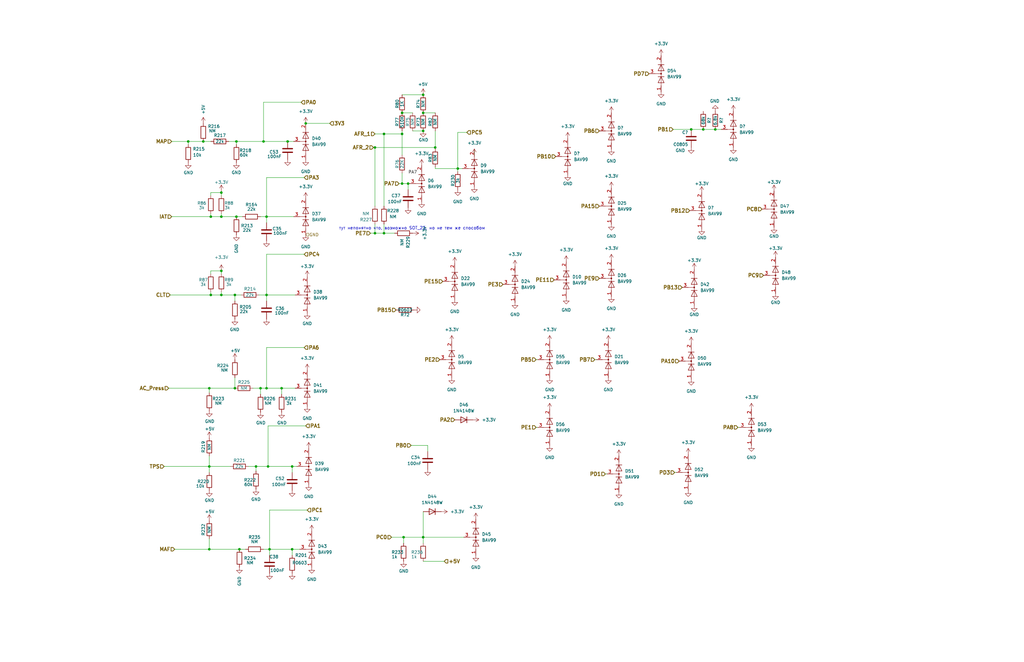
<source format=kicad_sch>
(kicad_sch (version 20211123) (generator eeschema)
  (paper "B")
  (title_block (title "microRusEFI-2L") (date "2022-04-10") (rev "R0.6.0") (company "rusEFI.com") (comment 1 "Donald Becker") (comment 2 "AI6OD"))
  (junction (at 93.345 81.28))
  (junction (at 88.265 196.85))
  (junction (at 123.19 231.775))
  (junction (at 79.375 59.69))
  (junction (at 161.925 98.425))
  (junction (at 158.115 98.425))
  (junction (at 118.745 163.83))
  (junction (at 112.395 124.46))
  (junction (at 113.665 231.775))
  (junction (at 100.965 231.775))
  (junction (at 178.435 47.625))
  (junction (at 169.545 77.47))
  (junction (at 121.285 59.69))
  (junction (at 172.085 77.47))
  (junction (at 93.345 114.3))
  (junction (at 88.265 231.775))
  (junction (at 112.395 163.83))
  (junction (at 128.905 52.07))
  (junction (at 169.545 47.625))
  (junction (at 107.95 196.85))
  (junction (at 158.115 62.23))
  (junction (at 178.435 55.245))
  (junction (at 113.03 196.85))
  (junction (at 161.925 56.515))
  (junction (at 301.625 54.61))
  (junction (at 178.435 40.005))
  (junction (at 291.465 54.61))
  (junction (at 169.545 56.515))
  (junction (at 88.9 91.44))
  (junction (at 93.345 124.46))
  (junction (at 99.695 59.69))
  (junction (at 88.265 163.83))
  (junction (at 99.06 163.83))
  (junction (at 99.06 124.46))
  (junction (at 99.695 91.44))
  (junction (at 109.855 163.83))
  (junction (at 183.515 62.23))
  (junction (at 88.9 124.46))
  (junction (at 170.18 226.695))
  (junction (at 112.395 91.44))
  (junction (at 85.725 59.69))
  (junction (at 111.125 59.69))
  (junction (at 123.19 196.85))
  (junction (at 178.435 226.695))
  (junction (at 296.545 54.61))
  (junction (at 193.04 71.12))
  (junction (at 93.345 91.44))
  (wire (pts (xy 255.27 200.025) (xy 255.905 200.025)))
  (wire (pts (xy 88.9 114.3) (xy 88.9 115.57)))
  (wire (pts (xy 291.465 54.61) (xy 296.545 54.61)))
  (wire (pts (xy 93.345 81.28) (xy 93.345 82.55)))
  (wire (pts (xy 109.855 163.83) (xy 112.395 163.83)))
  (wire (pts (xy 72.39 59.69) (xy 79.375 59.69)))
  (wire (pts (xy 112.395 91.44) (xy 112.395 93.98)))
  (wire (pts (xy 107.95 196.85) (xy 113.03 196.85)))
  (wire (pts (xy 99.695 59.69) (xy 111.125 59.69)))
  (wire (pts (xy 93.345 80.645) (xy 93.345 81.28)))
  (wire (pts (xy 169.545 56.515) (xy 169.545 65.405)))
  (wire (pts (xy 99.695 60.96) (xy 99.695 59.69)))
  (wire (pts (xy 170.18 226.695) (xy 170.18 229.235)))
  (wire (pts (xy 161.925 98.425) (xy 166.37 98.425)))
  (wire (pts (xy 158.115 62.23) (xy 158.115 86.995)))
  (wire (pts (xy 158.115 94.615) (xy 158.115 98.425)))
  (wire (pts (xy 127 43.18) (xy 111.125 43.18)))
  (wire (pts (xy 93.345 90.17) (xy 93.345 91.44)))
  (wire (pts (xy 88.265 231.775) (xy 100.965 231.775)))
  (wire (pts (xy 123.19 196.85) (xy 125.095 196.85)))
  (wire (pts (xy 128.27 146.685) (xy 112.395 146.685)))
  (wire (pts (xy 106.68 163.83) (xy 109.855 163.83)))
  (wire (pts (xy 178.435 215.9) (xy 178.435 226.695)))
  (wire (pts (xy 88.9 90.17) (xy 88.9 91.44)))
  (wire (pts (xy 172.085 77.47) (xy 172.085 80.01)))
  (wire (pts (xy 109.855 91.44) (xy 112.395 91.44)))
  (wire (pts (xy 187.325 236.855) (xy 178.435 236.855)))
  (wire (pts (xy 72.39 91.44) (xy 88.9 91.44)))
  (wire (pts (xy 200.025 63.5) (xy 200.025 65.405)))
  (wire (pts (xy 178.435 40.005) (xy 169.545 40.005)))
  (wire (pts (xy 96.52 59.69) (xy 99.695 59.69)))
  (wire (pts (xy 79.375 59.69) (xy 79.375 60.96)))
  (wire (pts (xy 183.515 55.245) (xy 183.515 62.23)))
  (wire (pts (xy 169.545 73.025) (xy 169.545 77.47)))
  (wire (pts (xy 165.1 226.695) (xy 170.18 226.695)))
  (wire (pts (xy 178.435 226.695) (xy 178.435 229.235)))
  (wire (pts (xy 157.48 62.23) (xy 158.115 62.23)))
  (wire (pts (xy 73.66 231.775) (xy 88.265 231.775)))
  (wire (pts (xy 123.19 199.39) (xy 123.19 196.85)))
  (wire (pts (xy 113.03 196.85) (xy 123.19 196.85)))
  (wire (pts (xy 71.755 124.46) (xy 88.9 124.46)))
  (wire (pts (xy 195.58 226.695) (xy 178.435 226.695)))
  (wire (pts (xy 112.395 124.46) (xy 124.46 124.46)))
  (wire (pts (xy 311.15 180.34) (xy 311.785 180.34)))
  (wire (pts (xy 103.505 231.775) (xy 100.965 231.775)))
  (wire (pts (xy 158.115 98.425) (xy 156.21 98.425)))
  (wire (pts (xy 169.545 56.515) (xy 161.925 56.515)))
  (wire (pts (xy 93.345 124.46) (xy 93.345 123.19)))
  (wire (pts (xy 102.235 91.44) (xy 99.695 91.44)))
  (wire (pts (xy 128.905 179.705) (xy 113.03 179.705)))
  (wire (pts (xy 93.345 124.46) (xy 99.06 124.46)))
  (wire (pts (xy 88.265 163.83) (xy 88.265 165.735)))
  (wire (pts (xy 88.9 124.46) (xy 88.9 123.19)))
  (wire (pts (xy 118.745 166.37) (xy 118.745 163.83)))
  (wire (pts (xy 101.6 124.46) (xy 99.06 124.46)))
  (wire (pts (xy 183.515 71.12) (xy 193.04 71.12)))
  (wire (pts (xy 111.125 231.775) (xy 113.665 231.775)))
  (wire (pts (xy 169.545 55.245) (xy 169.545 56.515)))
  (wire (pts (xy 170.18 226.695) (xy 178.435 226.695)))
  (wire (pts (xy 88.9 81.28) (xy 88.9 82.55)))
  (wire (pts (xy 129.54 215.265) (xy 113.665 215.265)))
  (wire (pts (xy 196.85 55.88) (xy 193.04 55.88)))
  (wire (pts (xy 69.215 196.85) (xy 88.265 196.85)))
  (wire (pts (xy 301.625 54.61) (xy 296.545 54.61)))
  (wire (pts (xy 88.265 227.33) (xy 88.265 231.775)))
  (wire (pts (xy 112.395 124.46) (xy 112.395 127)))
  (wire (pts (xy 112.395 91.44) (xy 123.825 91.44)))
  (wire (pts (xy 180.34 187.96) (xy 173.355 187.96)))
  (wire (pts (xy 88.9 124.46) (xy 93.345 124.46)))
  (wire (pts (xy 93.345 114.3) (xy 93.345 115.57)))
  (wire (pts (xy 118.745 163.83) (xy 124.46 163.83)))
  (wire (pts (xy 111.125 59.69) (xy 121.285 59.69)))
  (wire (pts (xy 88.265 196.85) (xy 97.155 196.85)))
  (wire (pts (xy 85.725 59.69) (xy 88.9 59.69)))
  (wire (pts (xy 113.665 215.265) (xy 113.665 231.775)))
  (wire (pts (xy 168.275 77.47) (xy 169.545 77.47)))
  (wire (pts (xy 283.845 54.61) (xy 291.465 54.61)))
  (wire (pts (xy 128.27 74.93) (xy 112.395 74.93)))
  (wire (pts (xy 88.9 114.3) (xy 93.345 114.3)))
  (wire (pts (xy 79.375 59.69) (xy 85.725 59.69)))
  (wire (pts (xy 88.265 192.405) (xy 88.265 196.85)))
  (wire (pts (xy 93.345 81.28) (xy 88.9 81.28)))
  (wire (pts (xy 113.665 231.775) (xy 123.19 231.775)))
  (wire (pts (xy 112.395 107.315) (xy 112.395 124.46)))
  (wire (pts (xy 109.22 124.46) (xy 112.395 124.46)))
  (wire (pts (xy 250.825 151.765) (xy 251.46 151.765)))
  (wire (pts (xy 193.04 71.12) (xy 194.945 71.12)))
  (wire (pts (xy 158.115 62.23) (xy 183.515 62.23)))
  (wire (pts (xy 123.825 59.69) (xy 121.285 59.69)))
  (wire (pts (xy 180.34 187.96) (xy 180.34 190.5)))
  (wire (pts (xy 183.515 71.12) (xy 183.515 70.485)))
  (wire (pts (xy 161.925 56.515) (xy 158.115 56.515)))
  (wire (pts (xy 304.165 54.61) (xy 301.625 54.61)))
  (wire (pts (xy 178.435 55.245) (xy 173.99 55.245)))
  (wire (pts (xy 71.12 163.83) (xy 88.265 163.83)))
  (wire (pts (xy 88.265 163.83) (xy 99.06 163.83)))
  (wire (pts (xy 183.515 62.865) (xy 183.515 62.23)))
  (wire (pts (xy 158.115 98.425) (xy 161.925 98.425)))
  (wire (pts (xy 169.545 77.47) (xy 172.085 77.47)))
  (wire (pts (xy 226.06 180.34) (xy 226.695 180.34)))
  (wire (pts (xy 99.06 127) (xy 99.06 124.46)))
  (wire (pts (xy 161.925 56.515) (xy 161.925 86.995)))
  (wire (pts (xy 107.95 198.755) (xy 107.95 196.85)))
  (wire (pts (xy 123.19 231.775) (xy 126.365 231.775)))
  (wire (pts (xy 139.065 52.07) (xy 128.905 52.07)))
  (wire (pts (xy 112.395 74.93) (xy 112.395 91.44)))
  (wire (pts (xy 99.06 159.385) (xy 99.06 163.83)))
  (wire (pts (xy 193.04 71.12) (xy 193.04 72.39)))
  (wire (pts (xy 173.99 47.625) (xy 169.545 47.625)))
  (wire (pts (xy 88.9 91.44) (xy 93.345 91.44)))
  (wire (pts (xy 113.03 179.705) (xy 113.03 196.85)))
  (wire (pts (xy 112.395 146.685) (xy 112.395 163.83)))
  (wire (pts (xy 93.345 91.44) (xy 99.695 91.44)))
  (wire (pts (xy 104.775 196.85) (xy 107.95 196.85)))
  (wire (pts (xy 172.085 77.47) (xy 172.72 77.47)))
  (wire (pts (xy 88.265 196.85) (xy 88.265 199.39)))
  (wire (pts (xy 284.48 199.39) (xy 285.115 199.39)))
  (wire (pts (xy 178.435 47.625) (xy 183.515 47.625)))
  (wire (pts (xy 226.06 151.765) (xy 226.695 151.765)))
  (wire (pts (xy 112.395 163.83) (xy 118.745 163.83)))
  (wire (pts (xy 128.27 107.315) (xy 112.395 107.315)))
  (wire (pts (xy 113.665 231.775) (xy 113.665 234.315)))
  (wire (pts (xy 123.19 231.775) (xy 123.19 234.315)))
  (wire (pts (xy 193.04 55.88) (xy 193.04 71.12)))
  (wire (pts (xy 111.125 43.18) (xy 111.125 59.69)))
  (wire (pts (xy 161.925 94.615) (xy 161.925 98.425)))
  (wire (pts (xy 109.855 166.37) (xy 109.855 163.83)))
  (text "тут непонятно что, возможно SOT_23, но не тем же способом" (at 142.875 97.155 0) (effects (font (size 1.27 1.27)) (justify left bottom)))
  (label "PA7" (at 175.895 73.66 180))
  (hierarchical_label "PE2" (shape input) (at 185.42 151.765 180) (effects (font (size 1.524 1.524) (thickness 0.3048) bold)))
  (hierarchical_label "PA0" (shape input) (at 127 43.18 0) (effects (font (size 1.524 1.524) (thickness 0.3048) bold)))
  (hierarchical_label "CLT" (shape input) (at 71.755 124.46 180) (effects (font (size 1.524 1.524) (thickness 0.3048) bold)))
  (hierarchical_label "PD3" (shape input) (at 284.48 199.39 180) (effects (font (size 1.524 1.524) (thickness 0.3048) bold)))
  (hierarchical_label "PB12" (shape input) (at 290.83 88.9 180) (effects (font (size 1.524 1.524) (thickness 0.3048) bold)))
  (hierarchical_label "PB7" (shape input) (at 250.825 151.765 180) (effects (font (size 1.524 1.524) (thickness 0.3048) bold)))
  (hierarchical_label "PC0" (shape input) (at 165.1 226.695 180) (effects (font (size 1.524 1.524) (thickness 0.3048) bold)))
  (hierarchical_label "PA3" (shape input) (at 128.27 74.93 0) (effects (font (size 1.524 1.524) (thickness 0.3048) bold)))
  (hierarchical_label "PE11" (shape input) (at 233.68 118.11 180) (effects (font (size 1.524 1.524) (thickness 0.3048) bold)))
  (hierarchical_label "IAT" (shape input) (at 72.39 91.44 180) (effects (font (size 1.524 1.524) (thickness 0.3048) bold)))
  (hierarchical_label "PB10" (shape input) (at 234.315 66.04 180) (effects (font (size 1.524 1.524) (thickness 0.3048) bold)))
  (hierarchical_label "PB0" (shape input) (at 173.355 187.96 180) (effects (font (size 1.524 1.524) (thickness 0.3048) bold)))
  (hierarchical_label "PB1" (shape input) (at 283.845 54.61 180) (effects (font (size 1.524 1.524) (thickness 0.3048) bold)))
  (hierarchical_label "PB6" (shape input) (at 252.73 55.245 180) (effects (font (size 1.524 1.524) (thickness 0.3048) bold)))
  (hierarchical_label "PC9" (shape input) (at 321.945 116.205 180) (effects (font (size 1.524 1.524) (thickness 0.3048) bold)))
  (hierarchical_label "PD1" (shape input) (at 255.27 200.025 180) (effects (font (size 1.524 1.524) (thickness 0.3048) bold)))
  (hierarchical_label "PE7" (shape input) (at 156.21 98.425 180) (effects (font (size 1.524 1.524) (thickness 0.3048) bold)))
  (hierarchical_label "+5V" (shape input) (at 187.325 236.855 0) (effects (font (size 1.524 1.524) (thickness 0.3048) bold)))
  (hierarchical_label "AFR_2" (shape input) (at 157.48 62.23 180) (effects (font (size 1.524 1.524) (thickness 0.3048) bold)))
  (hierarchical_label "PA15" (shape input) (at 252.73 86.995 180) (effects (font (size 1.524 1.524) (thickness 0.3048) bold)))
  (hierarchical_label "PA7" (shape input) (at 168.275 77.47 180) (effects (font (size 1.524 1.524) (thickness 0.3048) bold)))
  (hierarchical_label "PA10" (shape input) (at 286.385 152.4 180) (effects (font (size 1.524 1.524) (thickness 0.3048) bold)))
  (hierarchical_label "TPS" (shape input) (at 69.215 196.85 180) (effects (font (size 1.524 1.524) (thickness 0.3048) bold)))
  (hierarchical_label "PB15" (shape input) (at 167.005 130.81 180) (effects (font (size 1.524 1.524) (thickness 0.3048) bold)))
  (hierarchical_label "PC5" (shape input) (at 196.85 55.88 0) (effects (font (size 1.524 1.524) (thickness 0.3048) bold)))
  (hierarchical_label "3V3" (shape input) (at 139.065 52.07 0) (effects (font (size 1.524 1.524) (thickness 0.3048) bold)))
  (hierarchical_label "PA6" (shape input) (at 128.27 146.685 0) (effects (font (size 1.524 1.524) (thickness 0.3048) bold)))
  (hierarchical_label "PA1" (shape input) (at 128.905 179.705 0) (effects (font (size 1.524 1.524) (thickness 0.3048) bold)))
  (hierarchical_label "AFR_1" (shape input) (at 158.115 56.515 180) (effects (font (size 1.524 1.524) (thickness 0.3048) bold)))
  (hierarchical_label "PE15" (shape input) (at 186.69 118.745 180) (effects (font (size 1.524 1.524) (thickness 0.3048) bold)))
  (hierarchical_label "MAP" (shape input) (at 72.39 59.69 180) (effects (font (size 1.524 1.524) (thickness 0.3048) bold)))
  (hierarchical_label "PE9" (shape input) (at 252.73 117.475 180) (effects (font (size 1.524 1.524) (thickness 0.3048) bold)))
  (hierarchical_label "AC_Press" (shape input) (at 71.12 163.83 180) (effects (font (size 1.524 1.524) (thickness 0.3048) bold)))
  (hierarchical_label "PC8" (shape input) (at 321.31 88.265 180) (effects (font (size 1.524 1.524) (thickness 0.3048) bold)))
  (hierarchical_label "PE1" (shape input) (at 226.06 180.34 180) (effects (font (size 1.524 1.524) (thickness 0.3048) bold)))
  (hierarchical_label "PA2" (shape input) (at 191.77 177.165 180) (effects (font (size 1.524 1.524) (thickness 0.3048) bold)))
  (hierarchical_label "PC4" (shape input) (at 128.27 107.315 0) (effects (font (size 1.524 1.524) (thickness 0.3048) bold)))
  (hierarchical_label "PC1" (shape input) (at 129.54 215.265 0) (effects (font (size 1.524 1.524) (thickness 0.3048) bold)))
  (hierarchical_label "PD7" (shape input) (at 273.685 31.115 180) (effects (font (size 1.524 1.524) (thickness 0.3048) bold)))
  (hierarchical_label "PB13" (shape input) (at 287.655 121.285 180) (effects (font (size 1.524 1.524) (thickness 0.3048) bold)))
  (hierarchical_label "GND" (shape input) (at 128.905 99.06 0))
  (hierarchical_label "PA8" (shape input) (at 311.15 180.34 180) (effects (font (size 1.524 1.524) (thickness 0.3048) bold)))
  (hierarchical_label "MAF" (shape input) (at 73.66 231.775 180) (effects (font (size 1.524 1.524) (thickness 0.3048) bold)))
  (hierarchical_label "PE3" (shape input) (at 212.09 120.015 180) (effects (font (size 1.524 1.524) (thickness 0.3048) bold)))
  (hierarchical_label "PB5" (shape input) (at 226.06 151.765 180) (effects (font (size 1.524 1.524) (thickness 0.3048) bold)))
  (symbol (lib_id "power:GND") (at 107.95 206.375 0) (unit 1)
    (property "Reference" "#PWR0291" (effects hide))
    (property "Value" "GND" (at 105.89 210.7153 0) (effects (justify left)))
  )
  (symbol (lib_id "power:GND") (at 130.175 204.47 0) (mirror y) (unit 1)
    (property "Reference" "#PWR0236" (effects hide))
    (property "Value" "GND" (at 130.175 209.55 0))
  )
  (symbol (lib_id "power:+3.3V") (at 256.54 144.145 0) (mirror y) (unit 1)
    (property "Reference" "#PWR0218" (effects hide))
    (property "Value" "+3.3V" (at 256.54 139.065 0))
  )
  (symbol (lib_id "power:+3.3V") (at 316.865 172.72 0) (mirror y) (unit 1)
    (property "Reference" "#PWR0335" (effects hide))
    (property "Value" "+3.3V" (at 316.865 167.64 0))
  )
  (symbol (lib_id "Diode:BAV99") (at 129.54 163.83 270) (mirror x) (unit 1)
    (property "Reference" "D41" (at 132.08 162.5599 90) (effects (justify left)))
    (property "Value" "BAV99" (at 132.08 165.0999 90) (effects (justify left)))
    (property "Footprint" "Package_TO_SOT_SMD:SOT-23" (effects hide))
    (property "Datasheet" "https://assets.nexperia.com/documents/data-sheet/BAV99_SER.pdf" (effects hide))
  )
  (symbol (lib_id "Device:R") (at 93.345 119.38 0) (unit 1)
    (property "Reference" "R89" (at 96.52 118.11 0))
    (property "Value" "3k" (at 96.52 120.015 0))
    (property "Footprint" "Resistor_SMD:R_1206_3216Metric" (effects hide))
  )
  (symbol (lib_id "power:+3.3V") (at 260.985 192.405 0) (mirror y) (unit 1)
    (property "Reference" "#PWR0331" (effects hide))
    (property "Value" "+3.3V" (at 260.985 187.325 0))
  )
  (symbol (lib_id "Diode:BAV99") (at 217.17 120.015 270) (mirror x) (unit 1)
    (property "Reference" "D24" (at 219.71 118.7449 90) (effects (justify left)))
    (property "Value" "BAV99" (at 219.71 121.2849 90) (effects (justify left)))
    (property "Footprint" "Package_TO_SOT_SMD:SOT-23" (effects hide))
    (property "Datasheet" "https://assets.nexperia.com/documents/data-sheet/BAV99_SER.pdf" (effects hide))
  )
  (symbol (lib_id "Diode:BAV99") (at 191.77 118.745 270) (mirror x) (unit 1)
    (property "Reference" "D22" (at 194.31 117.4749 90) (effects (justify left)))
    (property "Value" "BAV99" (at 194.31 120.0149 90) (effects (justify left)))
    (property "Footprint" "Package_TO_SOT_SMD:SOT-23" (effects hide))
    (property "Datasheet" "https://assets.nexperia.com/documents/data-sheet/BAV99_SER.pdf" (effects hide))
  )
  (symbol (lib_id "power:GND") (at 123.19 241.935 0) (unit 1)
    (property "Reference" "#PWR0243" (effects hide))
    (property "Value" "GND" (effects hide))
  )
  (symbol (lib_id "Diode:BAV99") (at 257.81 55.245 270) (mirror x) (unit 1)
    (property "Reference" "D?" (at 260.35 53.9749 90) (effects (justify left)))
    (property "Value" "BAV99" (at 260.35 56.5149 90) (effects (justify left)))
    (property "Footprint" "Package_TO_SOT_SMD:SOT-23" (effects hide))
    (property "Datasheet" "https://assets.nexperia.com/documents/data-sheet/BAV99_SER.pdf" (effects hide))
  )
  (symbol (lib_id "power:GND") (at 256.54 159.385 0) (mirror y) (unit 1)
    (property "Reference" "#PWR0220" (effects hide))
    (property "Value" "GND" (at 256.54 164.465 0))
  )
  (symbol (lib_id "Device:R") (at 170.815 130.81 90) (mirror x) (unit 1)
    (property "Reference" "R72" (at 170.815 132.842 90))
    (property "Value" "R0603" (at 170.815 130.81 90))
    (property "Footprint" "Resistor_SMD:R_0603_1608Metric" (effects hide))
    (property "Datasheet" "TBD" (effects hide))
    (property "Part #" "RMCF0603JT10K0" (effects hide))
    (property "VEND" "DIGI" (effects hide))
    (property "VEND#" "RMCF0603JT10K0CT-ND" (effects hide))
    (property "Manufacturer" "StackPole" (effects hide))
    (property "LCSC" "C25804" (effects hide))
  )
  (symbol (lib_id "power:GND") (at 290.195 207.01 0) (mirror y) (unit 1)
    (property "Reference" "#PWR0334" (effects hide))
    (property "Value" "GND" (at 290.195 212.09 0))
  )
  (symbol (lib_id "Device:R") (at 169.545 69.215 0) (mirror y) (unit 1)
    (property "Reference" "R76" (at 167.513 69.215 90))
    (property "Value" "22K" (at 169.545 69.215 90))
    (property "Footprint" "Resistor_SMD:R_0603_1608Metric" (effects hide))
    (property "Datasheet" "TBD" (effects hide))
    (property "Part #" "RMCF0603JT10K0" (effects hide))
    (property "VEND" "DIGI" (effects hide))
    (property "VEND#" "RMCF0603JT10K0CT-ND" (effects hide))
    (property "Manufacturer" "StackPole" (effects hide))
    (property "LCSC" "C25804" (effects hide))
  )
  (symbol (lib_id "power:+5V") (at 88.265 219.71 0) (unit 1)
    (property "Reference" "#PWR0309" (effects hide))
    (property "Value" "+5V" (at 86.36 215.9 0) (effects (justify left)))
  )
  (symbol (lib_id "Diode:BAV99") (at 200.025 71.12 270) (mirror x) (unit 1)
    (property "Reference" "D9" (at 202.565 69.8499 90) (effects (justify left)))
    (property "Value" "BAV99" (at 202.565 72.3899 90) (effects (justify left)))
    (property "Footprint" "Package_TO_SOT_SMD:SOT-23" (effects hide))
    (property "Datasheet" "https://assets.nexperia.com/documents/data-sheet/BAV99_SER.pdf" (effects hide))
  )
  (symbol (lib_id "power:+3.3V") (at 128.905 52.07 0) (mirror y) (unit 1)
    (property "Reference" "#PWR0229" (effects hide))
    (property "Value" "+3.3V" (at 128.905 46.99 0))
  )
  (symbol (lib_id "Diode:BAV99") (at 177.8 77.47 270) (mirror x) (unit 1)
    (property "Reference" "D6" (at 180.34 76.1999 90) (effects (justify left)))
    (property "Value" "BAV99" (at 180.34 78.7399 90) (effects (justify left)))
    (property "Footprint" "Package_TO_SOT_SMD:SOT-23" (effects hide))
    (property "Datasheet" "https://assets.nexperia.com/documents/data-sheet/BAV99_SER.pdf" (effects hide))
  )
  (symbol (lib_id "power:GND") (at 118.745 173.99 0) (unit 1)
    (property "Reference" "#PWR0305" (effects hide))
    (property "Value" "GND" (at 116.84 178.435 0) (effects (justify left)))
  )
  (symbol (lib_id "power:GND") (at 172.085 87.63 0) (unit 1)
    (property "Reference" "#PWR0308" (effects hide))
    (property "Value" "GND" (effects hide))
  )
  (symbol (lib_id "Device:R") (at 88.265 203.2 180) (unit 1)
    (property "Reference" "R220" (at 85.725 203.2 0))
    (property "Value" "10k" (at 84.455 205.105 0))
    (property "Footprint" "Resistor_SMD:R_0603_1608Metric" (effects hide))
  )
  (symbol (lib_id "Device:R") (at 92.71 59.69 90) (unit 1)
    (property "Reference" "R217" (at 92.71 57.15 90))
    (property "Value" "22k" (at 92.71 59.69 90))
    (property "Footprint" "Resistor_SMD:R_0603_1608Metric" (effects hide))
  )
  (symbol (lib_id "power:+3.3V") (at 238.76 110.49 0) (unit 1)
    (property "Reference" "#PWR0240" (effects hide))
    (property "Value" "+3.3V" (at 238.76 105.41 0))
  )
  (symbol (lib_id "power:GND") (at 113.665 241.935 0) (unit 1)
    (property "Reference" "#PWR0310" (effects hide))
    (property "Value" "GND" (effects hide))
  )
  (symbol (lib_id "power:GND") (at 180.34 198.12 0) (unit 1)
    (property "Reference" "#PWR0303" (effects hide))
    (property "Value" "GND" (effects hide))
  )
  (symbol (lib_id "power:+3.3V") (at 186.055 215.9 270) (mirror x) (unit 1)
    (property "Reference" "#PWR0315" (effects hide))
    (property "Value" "+3.3V" (at 189.865 215.8999 90) (effects (justify left)))
  )
  (symbol (lib_id "Device:R") (at 169.545 43.815 0) (mirror y) (unit 1)
    (property "Reference" "R80" (at 167.513 43.815 90))
    (property "Value" "1K" (at 169.545 43.815 90))
    (property "Footprint" "Resistor_SMD:R_0603_1608Metric" (effects hide))
    (property "Datasheet" "TBD" (effects hide))
    (property "Part #" "RMCF0603JT10K0" (effects hide))
    (property "VEND" "DIGI" (effects hide))
    (property "VEND#" "RMCF0603JT10K0CT-ND" (effects hide))
    (property "Manufacturer" "StackPole" (effects hide))
    (property "LCSC" "C25804" (effects hide))
  )
  (symbol (lib_id "power:GND") (at 174.625 130.81 90) (unit 1)
    (property "Reference" "#PWR0286" (effects hide))
    (property "Value" "GND" (effects hide))
  )
  (symbol (lib_id "power:GND") (at 121.285 67.31 0) (unit 1)
    (property "Reference" "#PWR0242" (effects hide))
    (property "Value" "GND" (effects hide))
  )
  (symbol (lib_id "power:+3.3V") (at 173.99 98.425 270) (mirror x) (unit 1)
    (property "Reference" "#PWR0302" (effects hide))
    (property "Value" "+3.3V" (at 179.07 98.425 0))
  )
  (symbol (lib_id "Device:R") (at 183.515 66.675 0) (mirror y) (unit 1)
    (property "Reference" "R83" (at 181.483 66.675 90))
    (property "Value" "NM" (at 183.515 66.675 90))
    (property "Footprint" "Resistor_SMD:R_0603_1608Metric" (effects hide))
    (property "Datasheet" "TBD" (effects hide))
    (property "Part #" "RMCF0603JT10K0" (effects hide))
    (property "VEND" "DIGI" (effects hide))
    (property "VEND#" "RMCF0603JT10K0CT-ND" (effects hide))
    (property "Manufacturer" "StackPole" (effects hide))
    (property "LCSC" "C25804" (effects hide))
  )
  (symbol (lib_id "power:+3.3V") (at 327.025 108.585 0) (mirror y) (unit 1)
    (property "Reference" "#PWR0322" (effects hide))
    (property "Value" "+3.3V" (at 327.025 104.775 0))
  )
  (symbol (lib_id "Device:R") (at 88.9 86.36 180) (unit 1)
    (property "Reference" "R86" (at 85.09 85.725 0))
    (property "Value" "3k" (at 85.09 87.63 0))
    (property "Footprint" "Resistor_SMD:R_1206_3216Metric" (effects hide))
  )
  (symbol (lib_id "Diode:BAV99") (at 128.905 91.44 270) (mirror x) (unit 1)
    (property "Reference" "D37" (at 131.445 90.1699 90) (effects (justify left)))
    (property "Value" "BAV99" (at 131.445 92.7099 90) (effects (justify left)))
    (property "Footprint" "Package_TO_SOT_SMD:SOT-23" (effects hide))
    (property "Datasheet" "https://assets.nexperia.com/documents/data-sheet/BAV99_SER.pdf" (effects hide))
  )
  (symbol (lib_id "power:GND") (at 129.54 132.08 0) (mirror y) (unit 1)
    (property "Reference" "#PWR0298" (effects hide))
    (property "Value" "GND" (at 129.54 136.525 0))
  )
  (symbol (lib_id "power:GND") (at 217.17 127.635 0) (unit 1)
    (property "Reference" "#PWR0280" (effects hide))
    (property "Value" "GND" (at 217.17 132.715 0))
  )
  (symbol (lib_id "Device:R") (at 88.265 188.595 180) (unit 1)
    (property "Reference" "R219" (at 85.725 188.595 90))
    (property "Value" "NM" (at 88.265 188.595 90))
    (property "Footprint" "Resistor_SMD:R_0603_1608Metric" (effects hide))
  )
  (symbol (lib_id "power:+3.3V") (at 231.775 144.145 0) (mirror y) (unit 1)
    (property "Reference" "#PWR0340" (effects hide))
    (property "Value" "+3.3V" (at 231.775 139.065 0))
  )
  (symbol (lib_id "power:GND") (at 239.395 73.66 0) (mirror y) (unit 1)
    (property "Reference" "#PWR?" (effects hide))
    (property "Value" "GND" (at 239.395 77.47 0))
  )
  (symbol (lib_id "Device:R") (at 118.745 170.18 0) (unit 1)
    (property "Reference" "R231" (at 122.555 168.275 0))
    (property "Value" "3k" (at 121.92 170.18 0))
    (property "Footprint" "Resistor_SMD:R_0603_1608Metric" (effects hide))
  )
  (symbol (lib_id "Diode:BAV99") (at 327.025 116.205 270) (mirror x) (unit 1)
    (property "Reference" "D48" (at 329.565 114.9349 90) (effects (justify left)))
    (property "Value" "BAV99" (at 329.565 117.4749 90) (effects (justify left)))
    (property "Footprint" "Package_TO_SOT_SMD:SOT-23" (effects hide))
    (property "Datasheet" "https://assets.nexperia.com/documents/data-sheet/BAV99_SER.pdf" (effects hide))
  )
  (symbol (lib_id "Device:R") (at 88.265 223.52 180) (unit 1)
    (property "Reference" "R232" (at 85.725 223.52 90))
    (property "Value" "NM" (at 88.265 223.52 90))
    (property "Footprint" "Resistor_SMD:R_0603_1608Metric" (effects hide))
  )
  (symbol (lib_id "Device:C") (at 112.395 97.79 180) (unit 1)
    (property "Reference" "C35" (at 118.745 96.52 0) (effects (justify left)))
    (property "Value" "100nF" (at 121.285 98.425 0) (effects (justify left)))
    (property "Footprint" "Capacitor_SMD:C_0603_1608Metric" (effects hide))
    (property "PageName" "stm32f407_board" (effects hide))
    (property "LCSC" "C14663" (effects hide))
    (property "Manufacturer" "KEMET" (effects hide))
    (property "Part #" "C0603C104J5RACTU" (effects hide))
    (property "VEND" "DIGI" (effects hide))
    (property "VEND#" "399-7844-1-ND" (effects hide))
  )
  (symbol (lib_id "Diode:BAV99") (at 291.465 152.4 270) (mirror x) (unit 1)
    (property "Reference" "D50" (at 294.005 151.1299 90) (effects (justify left)))
    (property "Value" "BAV99" (at 294.005 153.6699 90) (effects (justify left)))
    (property "Footprint" "Package_TO_SOT_SMD:SOT-23" (effects hide))
    (property "Datasheet" "https://assets.nexperia.com/documents/data-sheet/BAV99_SER.pdf" (effects hide))
  )
  (symbol (lib_id "power:+3.3V") (at 93.345 114.3 0) (unit 1)
    (property "Reference" "#PWR0278" (effects hide))
    (property "Value" "+3.3V" (at 93.345 108.585 0))
  )
  (symbol (lib_id "power:+3.3V") (at 129.54 116.84 0) (mirror y) (unit 1)
    (property "Reference" "#PWR0299" (effects hide))
    (property "Value" "+3.3V" (at 129.54 112.395 0))
  )
  (symbol (lib_id "Device:R") (at 100.965 235.585 0) (unit 1)
    (property "Reference" "R234" (at 105.41 235.585 0))
    (property "Value" "NM" (at 105.41 237.49 0))
    (property "Footprint" "Resistor_SMD:R_0603_1608Metric" (effects hide))
  )
  (symbol (lib_id "Device:R") (at 99.06 155.575 180) (unit 1)
    (property "Reference" "R224" (at 93.98 154.305 0))
    (property "Value" "NM" (at 94.615 156.21 0))
    (property "Footprint" "Resistor_SMD:R_0603_1608Metric" (effects hide))
  )
  (symbol (lib_id "power:GND") (at 128.905 99.06 0) (mirror y) (unit 1)
    (property "Reference" "#PWR0296" (effects hide))
    (property "Value" "GND" (at 128.905 104.14 0))
  )
  (symbol (lib_id "Diode:BAV99") (at 200.66 226.695 270) (mirror x) (unit 1)
    (property "Reference" "D45" (at 203.2 225.4249 90) (effects (justify left)))
    (property "Value" "BAV99" (at 203.2 227.9649 90) (effects (justify left)))
    (property "Footprint" "Package_TO_SOT_SMD:SOT-23" (effects hide))
    (property "Datasheet" "https://assets.nexperia.com/documents/data-sheet/BAV99_SER.pdf" (effects hide))
  )
  (symbol (lib_id "Device:R") (at 296.545 50.8 0) (mirror x) (unit 1)
    (property "Reference" "R?" (at 299.085 50.8 90))
    (property "Value" "68k" (at 296.545 50.8 90))
    (property "Footprint" "Resistor_SMD:R_0603_1608Metric" (effects hide))
  )
  (symbol (lib_id "Diode:BAV99") (at 231.775 180.34 270) (mirror x) (unit 1)
    (property "Reference" "D56" (at 234.315 179.0699 90) (effects (justify left)))
    (property "Value" "BAV99" (at 234.315 181.6099 90) (effects (justify left)))
    (property "Footprint" "Package_TO_SOT_SMD:SOT-23" (effects hide))
    (property "Datasheet" "https://assets.nexperia.com/documents/data-sheet/BAV99_SER.pdf" (effects hide))
  )
  (symbol (lib_id "Device:R") (at 301.625 50.8 0) (mirror x) (unit 1)
    (property "Reference" "R?" (at 304.165 50.8 90))
    (property "Value" "6.8k" (at 301.625 50.8 90))
    (property "Footprint" "Resistor_SMD:R_0603_1608Metric" (effects hide))
  )
  (symbol (lib_id "Diode:BAV99") (at 295.91 88.9 270) (mirror x) (unit 1)
    (property "Reference" "D?" (at 298.45 87.6299 90) (effects (justify left)))
    (property "Value" "BAV99" (at 298.45 90.1699 90) (effects (justify left)))
    (property "Footprint" "Package_TO_SOT_SMD:SOT-23" (effects hide))
    (property "Datasheet" "https://assets.nexperia.com/documents/data-sheet/BAV99_SER.pdf" (effects hide))
  )
  (symbol (lib_id "Device:C") (at 123.19 203.2 180) (unit 1)
    (property "Reference" "C52" (at 120.015 201.93 0) (effects (justify left)))
    (property "Value" "100nF" (at 120.65 204.47 0) (effects (justify left)))
    (property "Footprint" "Capacitor_SMD:C_0603_1608Metric" (effects hide))
    (property "PageName" "stm32f407_board" (effects hide))
    (property "LCSC" "C14663" (effects hide))
    (property "Manufacturer" "KEMET" (effects hide))
    (property "Part #" "C0603C104J5RACTU" (effects hide))
    (property "VEND" "DIGI" (effects hide))
    (property "VEND#" "399-7844-1-ND" (effects hide))
  )
  (symbol (lib_id "Device:R") (at 106.045 91.44 90) (unit 1)
    (property "Reference" "R164" (at 106.045 86.36 90))
    (property "Value" "22k" (at 106.045 88.265 90))
    (property "Footprint" "Resistor_SMD:R_0603_1608Metric" (effects hide))
  )
  (symbol (lib_id "power:GND") (at 291.465 62.23 0) (mirror y) (unit 1)
    (property "Reference" "#PWR?" (effects hide))
    (property "Value" "GND" (at 288.925 63.4999 0) (effects (justify left)))
  )
  (symbol (lib_id "Device:R") (at 107.315 231.775 90) (unit 1)
    (property "Reference" "R235" (at 107.315 226.695 90))
    (property "Value" "NM" (at 107.315 228.6 90))
    (property "Footprint" "Resistor_SMD:R_0603_1608Metric" (effects hide))
  )
  (symbol (lib_id "Device:R") (at 88.265 169.545 180) (unit 1)
    (property "Reference" "R223" (at 92.075 168.275 0))
    (property "Value" "NM" (at 92.075 170.18 0))
    (property "Footprint" "Resistor_SMD:R_0603_1608Metric" (effects hide))
  )
  (symbol (lib_id "Diode:BAV99") (at 309.245 54.61 270) (mirror x) (unit 1)
    (property "Reference" "D?" (at 311.785 53.3399 90) (effects (justify left)))
    (property "Value" "BAV99" (at 311.785 55.8799 90) (effects (justify left)))
    (property "Footprint" "Package_TO_SOT_SMD:SOT-23" (effects hide))
    (property "Datasheet" "https://assets.nexperia.com/documents/data-sheet/BAV99_SER.pdf" (effects hide))
  )
  (symbol (lib_id "power:GND") (at 291.465 160.02 0) (mirror y) (unit 1)
    (property "Reference" "#PWR0329" (effects hide))
    (property "Value" "GND" (at 291.465 165.1 0))
  )
  (symbol (lib_id "Device:C") (at 180.34 194.31 180) (unit 1)
    (property "Reference" "C34" (at 177.165 193.04 0) (effects (justify left)))
    (property "Value" "100nF" (at 177.8 195.58 0) (effects (justify left)))
    (property "Footprint" "Capacitor_SMD:C_0603_1608Metric" (effects hide))
    (property "PageName" "stm32f407_board" (effects hide))
    (property "LCSC" "C14663" (effects hide))
    (property "Manufacturer" "KEMET" (effects hide))
    (property "Part #" "C0603C104J5RACTU" (effects hide))
    (property "VEND" "DIGI" (effects hide))
    (property "VEND#" "399-7844-1-ND" (effects hide))
  )
  (symbol (lib_id "Diode:BAV99") (at 131.445 231.775 270) (mirror x) (unit 1)
    (property "Reference" "D43" (at 133.985 230.5049 90) (effects (justify left)))
    (property "Value" "BAV99" (at 133.985 233.0449 90) (effects (justify left)))
    (property "Footprint" "Package_TO_SOT_SMD:SOT-23" (effects hide))
    (property "Datasheet" "https://assets.nexperia.com/documents/data-sheet/BAV99_SER.pdf" (effects hide))
  )
  (symbol (lib_id "Device:C") (at 113.665 238.125 180) (unit 1)
    (property "Reference" "C38" (at 117.475 234.95 0) (effects (justify left)))
    (property "Value" "100nF" (at 120.015 240.665 0) (effects (justify left)))
    (property "Footprint" "Capacitor_SMD:C_0603_1608Metric" (effects hide))
    (property "PageName" "stm32f407_board" (effects hide))
    (property "LCSC" "C14663" (effects hide))
    (property "Manufacturer" "KEMET" (effects hide))
    (property "Part #" "C0603C104J5RACTU" (effects hide))
    (property "VEND" "DIGI" (effects hide))
    (property "VEND#" "399-7844-1-ND" (effects hide))
  )
  (symbol (lib_id "Device:R") (at 170.18 98.425 90) (unit 1)
    (property "Reference" "R229" (at 172.085 102.235 0))
    (property "Value" "NM" (at 169.545 102.235 0))
    (property "Footprint" "Resistor_SMD:R_0603_1608Metric" (effects hide))
  )
  (symbol (lib_id "Diode:BAV99") (at 257.81 86.995 270) (mirror x) (unit 1)
    (property "Reference" "D25" (at 260.35 85.7249 90) (effects (justify left)))
    (property "Value" "BAV99" (at 260.35 88.2649 90) (effects (justify left)))
    (property "Footprint" "Package_TO_SOT_SMD:SOT-23" (effects hide))
    (property "Datasheet" "https://assets.nexperia.com/documents/data-sheet/BAV99_SER.pdf" (effects hide))
  )
  (symbol (lib_id "power:+3.3V") (at 278.765 23.495 0) (mirror y) (unit 1)
    (property "Reference" "#PWR0337" (effects hide))
    (property "Value" "+3.3V" (at 278.765 18.415 0))
  )
  (symbol (lib_id "power:GND") (at 200.66 234.315 0) (mirror y) (unit 1)
    (property "Reference" "#PWR0317" (effects hide))
    (property "Value" "GND" (at 200.66 239.395 0))
  )
  (symbol (lib_id "power:GND") (at 99.06 134.62 0) (unit 1)
    (property "Reference" "#PWR0276" (effects hide))
    (property "Value" "GND" (at 100.965 139.065 0) (effects (justify right)))
  )
  (symbol (lib_id "power:+3.3V") (at 257.81 109.855 0) (mirror y) (unit 1)
    (property "Reference" "#PWR0243" (effects hide))
    (property "Value" "+3.3V" (at 257.81 104.775 0))
  )
  (symbol (lib_id "power:GND") (at 278.765 38.735 0) (mirror y) (unit 1)
    (property "Reference" "#PWR0338" (effects hide))
    (property "Value" "GND" (at 278.765 43.815 0))
  )
  (symbol (lib_id "power:+3.3V") (at 292.735 113.665 0) (mirror y) (unit 1)
    (property "Reference" "#PWR0300" (effects hide))
    (property "Value" "+3.3V" (at 292.735 109.855 0))
  )
  (symbol (lib_id "power:GND") (at 99.695 68.58 0) (unit 1)
    (property "Reference" "#PWR0284" (effects hide))
    (property "Value" "GND" (at 97.6301 72.8058 0) (effects (justify left)))
  )
  (symbol (lib_id "power:+3.3V") (at 130.175 189.23 0) (mirror y) (unit 1)
    (property "Reference" "#PWR0237" (effects hide))
    (property "Value" "+3.3V" (at 130.175 184.15 0))
  )
  (symbol (lib_id "power:GND") (at 190.5 159.385 0) (mirror y) (unit 1)
    (property "Reference" "#PWR0288" (effects hide))
    (property "Value" "GND" (at 190.5 164.465 0))
  )
  (symbol (lib_id "Diode:BAV99") (at 129.54 124.46 270) (mirror x) (unit 1)
    (property "Reference" "D38" (at 132.08 123.1899 90) (effects (justify left)))
    (property "Value" "BAV99" (at 132.08 125.7299 90) (effects (justify left)))
    (property "Footprint" "Package_TO_SOT_SMD:SOT-23" (effects hide))
    (property "Datasheet" "https://assets.nexperia.com/documents/data-sheet/BAV99_SER.pdf" (effects hide))
  )
  (symbol (lib_id "Device:C") (at 291.465 58.42 0) (mirror y) (unit 1)
    (property "Reference" "C?" (at 290.195 55.88 0) (effects (justify left)))
    (property "Value" "C0805" (at 290.195 60.96 0) (effects (justify left)))
    (property "Footprint" "Capacitor_SMD:C_0805_2012Metric" (effects hide))
    (property "PageName" "stm32f407_board" (effects hide))
    (property "Part #" "C0805" (effects hide))
  )
  (symbol (lib_id "power:+3.3V") (at 231.775 172.72 0) (mirror y) (unit 1)
    (property "Reference" "#PWR0342" (effects hide))
    (property "Value" "+3.3V" (at 231.775 167.64 0))
  )
  (symbol (lib_id "Diode:BAV99") (at 239.395 66.04 270) (mirror x) (unit 1)
    (property "Reference" "D?" (at 241.935 64.7699 90) (effects (justify left)))
    (property "Value" "BAV99" (at 241.935 67.3099 90) (effects (justify left)))
    (property "Footprint" "Package_TO_SOT_SMD:SOT-23" (effects hide))
    (property "Datasheet" "https://assets.nexperia.com/documents/data-sheet/BAV99_SER.pdf" (effects hide))
  )
  (symbol (lib_id "Diode:BAV99") (at 278.765 31.115 270) (mirror x) (unit 1)
    (property "Reference" "D54" (at 281.305 29.8449 90) (effects (justify left)))
    (property "Value" "BAV99" (at 281.305 32.3849 90) (effects (justify left)))
    (property "Footprint" "Package_TO_SOT_SMD:SOT-23" (effects hide))
    (property "Datasheet" "https://assets.nexperia.com/documents/data-sheet/BAV99_SER.pdf" (effects hide))
  )
  (symbol (lib_id "Device:R") (at 169.545 51.435 0) (mirror y) (unit 1)
    (property "Reference" "R77" (at 167.513 51.435 90))
    (property "Value" "510K" (at 169.545 51.435 90))
    (property "Footprint" "Resistor_SMD:R_0603_1608Metric" (effects hide))
    (property "Datasheet" "TBD" (effects hide))
    (property "Part #" "RMCF0603JT10K0" (effects hide))
    (property "VEND" "DIGI" (effects hide))
    (property "VEND#" "RMCF0603JT10K0CT-ND" (effects hide))
    (property "Manufacturer" "StackPole" (effects hide))
    (property "LCSC" "C25804" (effects hide))
  )
  (symbol (lib_id "power:GND") (at 170.18 236.855 0) (unit 1)
    (property "Reference" "#PWR0316" (effects hide))
    (property "Value" "GND" (at 168.1935 240.9829 0) (effects (justify left)))
  )
  (symbol (lib_id "power:GND") (at 131.445 239.395 0) (mirror y) (unit 1)
    (property "Reference" "#PWR0312" (effects hide))
    (property "Value" "GND" (at 131.445 244.475 0))
  )
  (symbol (lib_id "Device:R") (at 99.06 130.81 0) (unit 1)
    (property "Reference" "R205" (at 103.505 129.54 0))
    (property "Value" "22k" (at 102.87 131.445 0))
    (property "Footprint" "Resistor_SMD:R_0603_1608Metric" (effects hide))
  )
  (symbol (lib_id "Device:C") (at 121.285 63.5 180) (unit 1)
    (property "Reference" "C53" (at 117.475 64.135 0) (effects (justify left)))
    (property "Value" "100nF" (at 118.745 66.04 0) (effects (justify left)))
    (property "Footprint" "Capacitor_SMD:C_0603_1608Metric" (effects hide))
    (property "PageName" "stm32f407_board" (effects hide))
    (property "LCSC" "C14663" (effects hide))
    (property "Manufacturer" "KEMET" (effects hide))
    (property "Part #" "C0603C104J5RACTU" (effects hide))
    (property "VEND" "DIGI" (effects hide))
    (property "VEND#" "399-7844-1-ND" (effects hide))
  )
  (symbol (lib_id "power:+5V") (at 178.435 40.005 0) (unit 1)
    (property "Reference" "#PWR0217" (effects hide))
    (property "Value" "+5V" (at 180.34 35.56 0) (effects (justify right)))
  )
  (symbol (lib_id "Device:R") (at 170.18 233.045 180) (unit 1)
    (property "Reference" "R233" (at 167.64 233.045 0))
    (property "Value" "1k" (at 166.37 234.95 0))
    (property "Footprint" "Resistor_SMD:R_0603_1608Metric" (effects hide))
  )
  (symbol (lib_id "power:+3.3V") (at 191.77 111.125 0) (mirror y) (unit 1)
    (property "Reference" "#PWR0264" (effects hide))
    (property "Value" "+3.3V" (at 191.77 106.045 0))
  )
  (symbol (lib_id "power:GND") (at 177.8 85.09 0) (mirror y) (unit 1)
    (property "Reference" "#PWR0282" (effects hide))
    (property "Value" "GND" (at 177.8 90.17 0))
  )
  (symbol (lib_id "Device:R") (at 178.435 43.815 0) (mirror y) (unit 1)
    (property "Reference" "R74" (at 176.403 43.815 90))
    (property "Value" "NM" (at 178.435 43.815 90))
    (property "Footprint" "Resistor_SMD:R_0603_1608Metric" (effects hide))
    (property "Datasheet" "TBD" (effects hide))
    (property "Part #" "RMCF0603JT10K0" (effects hide))
    (property "VEND" "DIGI" (effects hide))
    (property "VEND#" "RMCF0603JT10K0CT-ND" (effects hide))
    (property "Manufacturer" "StackPole" (effects hide))
    (property "LCSC" "C25804" (effects hide))
  )
  (symbol (lib_id "power:+3.3V") (at 129.54 156.21 0) (mirror y) (unit 1)
    (property "Reference" "#PWR0213" (effects hide))
    (property "Value" "+3.3V" (at 129.54 151.13 0))
  )
  (symbol (lib_id "Device:C") (at 172.085 83.82 180) (unit 1)
    (property "Reference" "C37" (at 168.91 82.55 0) (effects (justify left)))
    (property "Value" "100nF" (at 169.545 85.09 0) (effects (justify left)))
    (property "Footprint" "Capacitor_SMD:C_0603_1608Metric" (effects hide))
    (property "PageName" "stm32f407_board" (effects hide))
    (property "LCSC" "C14663" (effects hide))
    (property "Manufacturer" "KEMET" (effects hide))
    (property "Part #" "C0603C104J5RACTU" (effects hide))
    (property "VEND" "DIGI" (effects hide))
    (property "VEND#" "399-7844-1-ND" (effects hide))
  )
  (symbol (lib_id "power:GND") (at 231.775 159.385 0) (mirror y) (unit 1)
    (property "Reference" "#PWR0341" (effects hide))
    (property "Value" "GND" (at 231.775 164.465 0))
  )
  (symbol (lib_id "power:+3.3V") (at 200.66 219.075 0) (mirror y) (unit 1)
    (property "Reference" "#PWR0318" (effects hide))
    (property "Value" "+3.3V" (at 200.66 213.995 0))
  )
  (symbol (lib_id "Diode:BAV99") (at 190.5 151.765 270) (mirror x) (unit 1)
    (property "Reference" "D5" (at 193.04 150.4949 90) (effects (justify left)))
    (property "Value" "BAV99" (at 193.04 153.0349 90) (effects (justify left)))
    (property "Footprint" "Package_TO_SOT_SMD:SOT-23" (effects hide))
    (property "Datasheet" "https://assets.nexperia.com/documents/data-sheet/BAV99_SER.pdf" (effects hide))
  )
  (symbol (lib_id "power:GND") (at 88.265 173.355 0) (unit 1)
    (property "Reference" "#PWR0294" (effects hide))
    (property "Value" "GND" (at 86.36 177.8 0) (effects (justify left)))
  )
  (symbol (lib_id "power:GND") (at 295.91 96.52 0) (mirror y) (unit 1)
    (property "Reference" "#PWR?" (effects hide))
    (property "Value" "GND" (at 295.91 100.33 0))
  )
  (symbol (lib_id "power:+3.3V") (at 309.245 46.99 0) (mirror y) (unit 1)
    (property "Reference" "#PWR?" (effects hide))
    (property "Value" "+3.3V" (at 309.245 41.91 0))
  )
  (symbol (lib_id "Device:R") (at 161.925 90.805 180) (unit 1)
    (property "Reference" "R228" (at 165.735 88.9 0))
    (property "Value" "NM" (at 165.735 91.44 0))
    (property "Footprint" "Resistor_SMD:R_0603_1608Metric" (effects hide))
  )
  (symbol (lib_id "Diode:BAV99") (at 290.195 199.39 270) (mirror x) (unit 1)
    (property "Reference" "D52" (at 292.735 198.1199 90) (effects (justify left)))
    (property "Value" "BAV99" (at 292.735 200.6599 90) (effects (justify left)))
    (property "Footprint" "Package_TO_SOT_SMD:SOT-23" (effects hide))
    (property "Datasheet" "https://assets.nexperia.com/documents/data-sheet/BAV99_SER.pdf" (effects hide))
  )
  (symbol (lib_id "Device:R") (at 88.9 119.38 0) (unit 1)
    (property "Reference" "R87" (at 85.725 118.11 0))
    (property "Value" "3k" (at 85.725 120.015 0))
    (property "Footprint" "Resistor_SMD:R_1206_3216Metric" (effects hide))
  )
  (symbol (lib_id "Diode:BAV99") (at 238.76 118.11 270) (mirror x) (unit 1)
    (property "Reference" "D10" (at 241.3 116.8399 90) (effects (justify left)))
    (property "Value" "BAV99" (at 241.3 119.3799 90) (effects (justify left)))
    (property "Footprint" "Package_TO_SOT_SMD:SOT-23" (effects hide))
    (property "Datasheet" "https://assets.nexperia.com/documents/data-sheet/BAV99_SER.pdf" (effects hide))
  )
  (symbol (lib_id "power:+3.3V") (at 200.025 65.405 0) (mirror y) (unit 1)
    (property "Reference" "#PWR0234" (effects hide))
    (property "Value" "+3.3V" (at 200.025 60.325 0))
  )
  (symbol (lib_id "power:GND") (at 88.265 207.01 0) (unit 1)
    (property "Reference" "#PWR0290" (effects hide))
    (property "Value" "GND" (at 86.2785 211.1379 0) (effects (justify left)))
  )
  (symbol (lib_id "Diode:BAV99") (at 316.865 180.34 270) (mirror x) (unit 1)
    (property "Reference" "D53" (at 319.405 179.0699 90) (effects (justify left)))
    (property "Value" "BAV99" (at 319.405 181.6099 90) (effects (justify left)))
    (property "Footprint" "Package_TO_SOT_SMD:SOT-23" (effects hide))
    (property "Datasheet" "https://assets.nexperia.com/documents/data-sheet/BAV99_SER.pdf" (effects hide))
  )
  (symbol (lib_id "Device:R") (at 173.99 51.435 0) (mirror y) (unit 1)
    (property "Reference" "R75" (at 171.958 51.435 90))
    (property "Value" "NM" (at 173.99 51.435 90))
    (property "Footprint" "Resistor_SMD:R_0603_1608Metric" (effects hide))
    (property "Datasheet" "TBD" (effects hide))
    (property "Part #" "RMCF0603JT10K0" (effects hide))
    (property "VEND" "DIGI" (effects hide))
    (property "VEND#" "RMCF0603JT10K0CT-ND" (effects hide))
    (property "Manufacturer" "StackPole" (effects hide))
    (property "LCSC" "C25804" (effects hide))
  )
  (symbol (lib_id "power:GND") (at 112.395 101.6 0) (unit 1)
    (property "Reference" "#PWR0306" (effects hide))
    (property "Value" "GND" (effects hide))
  )
  (symbol (lib_id "Diode:BAV99") (at 260.985 200.025 270) (mirror x) (unit 1)
    (property "Reference" "D51" (at 263.525 198.7549 90) (effects (justify left)))
    (property "Value" "BAV99" (at 263.525 201.2949 90) (effects (justify left)))
    (property "Footprint" "Package_TO_SOT_SMD:SOT-23" (effects hide))
    (property "Datasheet" "https://assets.nexperia.com/documents/data-sheet/BAV99_SER.pdf" (effects hide))
  )
  (symbol (lib_id "Device:C") (at 112.395 130.81 180) (unit 1)
    (property "Reference" "C36" (at 120.015 130.175 0) (effects (justify left)))
    (property "Value" "100nF" (at 121.92 132.08 0) (effects (justify left)))
    (property "Footprint" "Capacitor_SMD:C_0603_1608Metric" (effects hide))
    (property "PageName" "stm32f407_board" (effects hide))
    (property "LCSC" "C14663" (effects hide))
    (property "Manufacturer" "KEMET" (effects hide))
    (property "Part #" "C0603C104J5RACTU" (effects hide))
    (property "VEND" "DIGI" (effects hide))
    (property "VEND#" "399-7844-1-ND" (effects hide))
  )
  (symbol (lib_id "Device:R") (at 99.695 64.77 180) (unit 1)
    (property "Reference" "R218" (at 103.505 63.5 0))
    (property "Value" "60k" (at 102.87 65.405 0))
    (property "Footprint" "Resistor_SMD:R_0603_1608Metric" (effects hide))
  )
  (symbol (lib_id "Device:R") (at 158.115 90.805 0) (unit 1)
    (property "Reference" "R227" (at 154.305 92.71 0))
    (property "Value" "NM" (at 154.305 90.17 0))
    (property "Footprint" "Resistor_SMD:R_0603_1608Metric" (effects hide))
  )
  (symbol (lib_id "Device:R") (at 85.725 55.88 180) (unit 1)
    (property "Reference" "R216" (at 90.17 53.34 0))
    (property "Value" "NM" (at 89.535 55.245 0))
    (property "Footprint" "Resistor_SMD:R_0603_1608Metric" (effects hide))
  )
  (symbol (lib_id "power:GND") (at 191.77 126.365 0) (mirror y) (unit 1)
    (property "Reference" "#PWR0263" (effects hide))
    (property "Value" "GND" (at 191.77 131.445 0))
  )
  (symbol (lib_id "power:GND") (at 326.39 95.885 0) (mirror y) (unit 1)
    (property "Reference" "#PWR0320" (effects hide))
    (property "Value" "GND" (at 326.39 99.695 0))
  )
  (symbol (lib_id "Device:R") (at 123.19 238.125 0) (mirror y) (unit 1)
    (property "Reference" "R201" (at 127 234.315 0))
    (property "Value" "R0603" (at 126.365 237.49 0))
    (property "Footprint" "Resistor_SMD:R_0603_1608Metric" (effects hide))
    (property "Datasheet" "TBD" (effects hide))
    (property "Part #" "RMCF0603JT10K0" (effects hide))
    (property "VEND" "DIGI" (effects hide))
    (property "VEND#" "RMCF0603JT10K0CT-ND" (effects hide))
    (property "Manufacturer" "StackPole" (effects hide))
    (property "LCSC" "C25804" (effects hide))
  )
  (symbol (lib_id "power:GND") (at 292.735 128.905 0) (mirror y) (unit 1)
    (property "Reference" "#PWR0301" (effects hide))
    (property "Value" "GND" (at 292.735 132.715 0))
  )
  (symbol (lib_id "Device:R") (at 107.95 202.565 180) (unit 1)
    (property "Reference" "R222" (at 105.41 202.565 0))
    (property "Value" "60k" (at 104.775 204.47 0))
    (property "Footprint" "Resistor_SMD:R_0603_1608Metric" (effects hide))
  )
  (symbol (lib_id "power:GND") (at 123.19 207.01 0) (unit 1)
    (property "Reference" "#PWR0241" (effects hide))
    (property "Value" "GND" (effects hide))
  )
  (symbol (lib_id "power:+3.3V") (at 326.39 80.645 0) (mirror y) (unit 1)
    (property "Reference" "#PWR0321" (effects hide))
    (property "Value" "+3.3V" (at 326.39 76.835 0))
  )
  (symbol (lib_id "power:+3.3V") (at 295.91 81.28 0) (mirror y) (unit 1)
    (property "Reference" "#PWR?" (effects hide))
    (property "Value" "+3.3V" (at 295.91 77.47 0))
  )
  (symbol (lib_id "Diode:BAV99") (at 128.905 59.69 270) (mirror x) (unit 1)
    (property "Reference" "D40" (at 131.445 58.4199 90) (effects (justify left)))
    (property "Value" "BAV99" (at 131.445 60.9599 90) (effects (justify left)))
    (property "Footprint" "Package_TO_SOT_SMD:SOT-23" (effects hide))
    (property "Datasheet" "https://assets.nexperia.com/documents/data-sheet/BAV99_SER.pdf" (effects hide))
  )
  (symbol (lib_id "power:+3.3V") (at 190.5 144.145 0) (mirror y) (unit 1)
    (property "Reference" "#PWR0287" (effects hide))
    (property "Value" "+3.3V" (at 190.5 139.065 0))
  )
  (symbol (lib_id "power:GND") (at 327.025 123.825 0) (mirror y) (unit 1)
    (property "Reference" "#PWR0323" (effects hide))
    (property "Value" "GND" (at 327.025 127.635 0))
  )
  (symbol (lib_id "Device:R") (at 105.41 124.46 90) (unit 1)
    (property "Reference" "R214" (at 105.41 121.92 90))
    (property "Value" "22k" (at 105.41 124.46 90))
    (property "Footprint" "Resistor_SMD:R_0603_1608Metric" (effects hide))
  )
  (symbol (lib_id "power:GND") (at 257.81 125.095 0) (mirror y) (unit 1)
    (property "Reference" "#PWR0241" (effects hide))
    (property "Value" "GND" (at 257.81 130.175 0))
  )
  (symbol (lib_id "Device:R") (at 100.965 196.85 90) (unit 1)
    (property "Reference" "R221" (at 100.965 194.31 90))
    (property "Value" "22k" (at 100.965 196.85 90))
    (property "Footprint" "Resistor_SMD:R_0603_1608Metric" (effects hide))
  )
  (symbol (lib_id "power:+5V") (at 88.265 184.785 0) (unit 1)
    (property "Reference" "#PWR0292" (effects hide))
    (property "Value" "+5V" (at 86.36 180.975 0) (effects (justify left)))
  )
  (symbol (lib_id "power:+5V") (at 85.725 52.07 0) (unit 1)
    (property "Reference" "#PWR0283" (effects hide))
    (property "Value" "+5V" (at 85.7249 48.26 90) (effects (justify left)))
  )
  (symbol (lib_id "power:GND") (at 238.76 125.73 0) (unit 1)
    (property "Reference" "#PWR0239" (effects hide))
    (property "Value" "GND" (at 238.76 130.81 0))
  )
  (symbol (lib_id "power:GND") (at 231.775 187.96 0) (mirror y) (unit 1)
    (property "Reference" "#PWR0343" (effects hide))
    (property "Value" "GND" (at 231.775 193.04 0))
  )
  (symbol (lib_id "power:+3.3V") (at 257.81 47.625 0) (mirror y) (unit 1)
    (property "Reference" "#PWR?" (effects hide))
    (property "Value" "+3.3V" (at 257.81 42.545 0))
  )
  (symbol (lib_id "Device:R") (at 102.87 163.83 90) (unit 1)
    (property "Reference" "R225" (at 102.87 161.29 90))
    (property "Value" "NM" (at 102.87 163.83 90))
    (property "Footprint" "Resistor_SMD:R_0603_1608Metric" (effects hide))
  )
  (symbol (lib_id "Device:R") (at 178.435 51.435 0) (mirror y) (unit 1)
    (property "Reference" "R73" (at 176.403 51.435 90))
    (property "Value" "NM" (at 178.435 51.435 90))
    (property "Footprint" "Resistor_SMD:R_0603_1608Metric" (effects hide))
    (property "Datasheet" "TBD" (effects hide))
    (property "Part #" "RMCF0603JT10K0" (effects hide))
    (property "VEND" "DIGI" (effects hide))
    (property "VEND#" "RMCF0603JT10K0CT-ND" (effects hide))
    (property "Manufacturer" "StackPole" (effects hide))
    (property "LCSC" "C25804" (effects hide))
  )
  (symbol (lib_id "Diode:BAV99") (at 326.39 88.265 270) (mirror x) (unit 1)
    (property "Reference" "D47" (at 328.93 86.9949 90) (effects (justify left)))
    (property "Value" "BAV99" (at 328.93 89.5349 90) (effects (justify left)))
    (property "Footprint" "Package_TO_SOT_SMD:SOT-23" (effects hide))
    (property "Datasheet" "https://assets.nexperia.com/documents/data-sheet/BAV99_SER.pdf" (effects hide))
  )
  (symbol (lib_id "power:GND") (at 79.375 68.58 0) (unit 1)
    (property "Reference" "#PWR0289" (effects hide))
    (property "Value" "GND" (at 77.4221 72.8598 0) (effects (justify left)))
  )
  (symbol (lib_id "Diode:BAV99") (at 231.775 151.765 270) (mirror x) (unit 1)
    (property "Reference" "D55" (at 234.315 150.4949 90) (effects (justify left)))
    (property "Value" "BAV99" (at 234.315 153.0349 90) (effects (justify left)))
    (property "Footprint" "Package_TO_SOT_SMD:SOT-23" (effects hide))
    (property "Datasheet" "https://assets.nexperia.com/documents/data-sheet/BAV99_SER.pdf" (effects hide))
  )
  (symbol (lib_id "power:+5V") (at 99.06 151.765 0) (unit 1)
    (property "Reference" "#PWR0295" (effects hide))
    (property "Value" "+5V" (at 97.155 147.955 0) (effects (justify left)))
  )
  (symbol (lib_id "power:GND") (at 257.81 62.865 0) (mirror y) (unit 1)
    (property "Reference" "#PWR?" (effects hide))
    (property "Value" "GND" (at 257.81 67.945 0))
  )
  (symbol (lib_id "power:+3.3V") (at 217.17 112.395 0) (unit 1)
    (property "Reference" "#PWR0279" (effects hide))
    (property "Value" "+3.3V" (at 217.17 107.315 0))
  )
  (symbol (lib_id "power:GND") (at 178.435 55.245 0) (unit 1)
    (property "Reference" "#PWR0219" (effects hide))
    (property "Value" "GND" (at 176.53 59.055 0) (effects (justify left)))
  )
  (symbol (lib_id "Diode:1N4148W") (at 195.58 177.165 180) (unit 1)
    (property "Reference" "D46" (at 195.58 170.815 0))
    (property "Value" "1N4148W" (at 195.58 173.355 0))
    (property "Footprint" "Diode_SMD:D_SOD-123" (effects hide))
    (property "Datasheet" "https://www.vishay.com/docs/85748/1n4148w.pdf" (effects hide))
  )
  (symbol (lib_id "Diode:BAV99") (at 130.175 196.85 270) (mirror x) (unit 1)
    (property "Reference" "D39" (at 132.715 195.5799 90) (effects (justify left)))
    (property "Value" "BAV99" (at 132.715 198.1199 90) (effects (justify left)))
    (property "Footprint" "Package_TO_SOT_SMD:SOT-23" (effects hide))
    (property "Datasheet" "https://assets.nexperia.com/documents/data-sheet/BAV99_SER.pdf" (effects hide))
  )
  (symbol (lib_id "Diode:BAV99") (at 257.81 117.475 270) (mirror x) (unit 1)
    (property "Reference" "D26" (at 260.35 116.2049 90) (effects (justify left)))
    (property "Value" "BAV99" (at 260.35 118.7449 90) (effects (justify left)))
    (property "Footprint" "Package_TO_SOT_SMD:SOT-23" (effects hide))
    (property "Datasheet" "https://assets.nexperia.com/documents/data-sheet/BAV99_SER.pdf" (effects hide))
  )
  (symbol (lib_id "power:+3.3V") (at 131.445 224.155 0) (mirror y) (unit 1)
    (property "Reference" "#PWR0313" (effects hide))
    (property "Value" "+3.3V" (at 131.445 219.075 0))
  )
  (symbol (lib_id "Device:R") (at 93.345 86.36 180) (unit 1)
    (property "Reference" "R88" (at 96.52 85.725 0))
    (property "Value" "3k" (at 95.885 87.63 0))
    (property "Footprint" "Resistor_SMD:R_1206_3216Metric" (effects hide))
  )
  (symbol (lib_id "Device:R") (at 109.855 170.18 0) (unit 1)
    (property "Reference" "R226" (at 113.665 168.275 0))
    (property "Value" "NM" (at 113.03 170.18 0))
    (property "Footprint" "Resistor_SMD:R_0603_1608Metric" (effects hide))
  )
  (symbol (lib_id "power:+3.3V") (at 177.8 69.85 0) (mirror y) (unit 1)
    (property "Reference" "#PWR0281" (effects hide))
    (property "Value" "+3.3V" (at 177.8 64.77 0))
  )
  (symbol (lib_id "power:GND") (at 99.695 99.06 0) (unit 1)
    (property "Reference" "#PWR0277" (effects hide))
    (property "Value" "GND" (at 99.6951 102.87 90) (effects (justify right)))
  )
  (symbol (lib_id "power:GND") (at 129.54 171.45 0) (mirror y) (unit 1)
    (property "Reference" "#PWR0214" (effects hide))
    (property "Value" "GND" (at 129.54 176.53 0))
  )
  (symbol (lib_id "Diode:BAV99") (at 256.54 151.765 270) (mirror x) (unit 1)
    (property "Reference" "D21" (at 259.08 150.4949 90) (effects (justify left)))
    (property "Value" "BAV99" (at 259.08 153.0349 90) (effects (justify left)))
    (property "Footprint" "Package_TO_SOT_SMD:SOT-23" (effects hide))
    (property "Datasheet" "https://assets.nexperia.com/documents/data-sheet/BAV99_SER.pdf" (effects hide))
  )
  (symbol (lib_id "power:+3.3V") (at 290.195 191.77 0) (mirror y) (unit 1)
    (property "Reference" "#PWR0333" (effects hide))
    (property "Value" "+3.3V" (at 290.195 186.69 0))
  )
  (symbol (lib_id "power:GND") (at 309.245 62.23 0) (mirror y) (unit 1)
    (property "Reference" "#PWR?" (effects hide))
    (property "Value" "GND" (at 309.245 67.31 0))
  )
  (symbol (lib_id "power:GND") (at 200.025 78.74 0) (mirror y) (unit 1)
    (property "Reference" "#PWR0233" (effects hide))
    (property "Value" "GND" (at 200.025 83.82 0))
  )
  (symbol (lib_id "power:GND") (at 193.04 80.01 0) (mirror y) (unit 1)
    (property "Reference" "#PWR0304" (effects hide))
    (property "Value" "GND" (at 193.04 85.09 0))
  )
  (symbol (lib_id "power:GND") (at 260.985 207.645 0) (mirror y) (unit 1)
    (property "Reference" "#PWR0332" (effects hide))
    (property "Value" "GND" (at 260.985 212.725 0))
  )
  (symbol (lib_id "power:GND") (at 316.865 187.96 0) (mirror y) (unit 1)
    (property "Reference" "#PWR0336" (effects hide))
    (property "Value" "GND" (at 316.865 193.04 0))
  )
  (symbol (lib_id "Device:R") (at 79.375 64.77 180) (unit 1)
    (property "Reference" "R215" (at 83.82 62.865 0))
    (property "Value" "10k" (at 83.185 65.405 0))
    (property "Footprint" "Resistor_SMD:R_0603_1608Metric" (effects hide))
  )
  (symbol (lib_id "Device:R") (at 99.695 95.25 0) (unit 1)
    (property "Reference" "R213" (at 104.14 95.25 0))
    (property "Value" "22k" (at 104.14 97.155 0))
    (property "Footprint" "Resistor_SMD:R_0603_1608Metric" (effects hide))
  )
  (symbol (lib_id "power:+3.3V") (at 199.39 177.165 270) (mirror x) (unit 1)
    (property "Reference" "#PWR0319" (effects hide))
    (property "Value" "+3.3V" (at 203.2 177.1649 90) (effects (justify left)))
  )
  (symbol (lib_id "Diode:BAV99") (at 292.735 121.285 270) (mirror x) (unit 1)
    (property "Reference" "D42" (at 295.275 120.0149 90) (effects (justify left)))
    (property "Value" "BAV99" (at 295.275 122.5549 90) (effects (justify left)))
    (property "Footprint" "Package_TO_SOT_SMD:SOT-23" (effects hide))
    (property "Datasheet" "https://assets.nexperia.com/documents/data-sheet/BAV99_SER.pdf" (effects hide))
  )
  (symbol (lib_id "power:GND") (at 100.965 239.395 0) (unit 1)
    (property "Reference" "#PWR0311" (effects hide))
    (property "Value" "GND" (at 100.9651 243.205 90) (effects (justify right)))
  )
  (symbol (lib_id "Device:R") (at 193.04 76.2 0) (mirror y) (unit 1)
    (property "Reference" "R230" (at 191.008 76.2 90))
    (property "Value" "3k" (at 193.04 76.2 90))
    (property "Footprint" "Resistor_SMD:R_0603_1608Metric" (effects hide))
    (property "Datasheet" "TBD" (effects hide))
    (property "Part #" "RMCF0603JT10K0" (effects hide))
    (property "VEND" "DIGI" (effects hide))
    (property "VEND#" "RMCF0603JT10K0CT-ND" (effects hide))
    (property "Manufacturer" "StackPole" (effects hide))
    (property "LCSC" "C25804" (effects hide))
  )
  (symbol (lib_id "power:+3.3V") (at 93.345 80.645 0) (unit 1)
    (property "Reference" "#PWR0271" (effects hide))
    (property "Value" "+3.3V" (at 90.3907 76.9007 0) (effects (justify left)))
  )
  (symbol (lib_id "power:+3.3V") (at 257.81 79.375 0) (mirror y) (unit 1)
    (property "Reference" "#PWR0252" (effects hide))
    (property "Value" "+3.3V" (at 257.81 74.295 0))
  )
  (symbol (lib_id "power:+3.3V") (at 128.905 83.82 0) (mirror y) (unit 1)
    (property "Reference" "#PWR0297" (effects hide))
    (property "Value" "+3.3V" (at 128.905 78.74 0))
  )
  (symbol (lib_id "power:GND") (at 301.625 46.99 0) (mirror x) (unit 1)
    (property "Reference" "#PWR?" (effects hide))
    (property "Value" "GND" (at 303.4341 42.6409 0) (effects (justify right)))
  )
  (symbol (lib_id "power:GND") (at 112.395 134.62 0) (unit 1)
    (property "Reference" "#PWR0307" (effects hide))
    (property "Value" "GND" (effects hide))
  )
  (symbol (lib_id "power:GND") (at 257.81 94.615 0) (mirror y) (unit 1)
    (property "Reference" "#PWR0242" (effects hide))
    (property "Value" "GND" (at 257.81 99.695 0))
  )
  (symbol (lib_id "power:+3.3V") (at 239.395 58.42 0) (mirror y) (unit 1)
    (property "Reference" "#PWR?" (effects hide))
    (property "Value" "+3.3V" (at 239.395 53.34 0))
  )
  (symbol (lib_id "power:+3.3V") (at 291.465 144.78 0) (mirror y) (unit 1)
    (property "Reference" "#PWR0330" (effects hide))
    (property "Value" "+3.3V" (at 291.465 139.7 0))
  )
  (symbol (lib_id "Device:R") (at 183.515 51.435 0) (mirror y) (unit 1)
    (property "Reference" "R82" (at 181.483 51.435 90))
    (property "Value" "NM" (at 183.515 51.435 90))
    (property "Footprint" "Resistor_SMD:R_0603_1608Metric" (effects hide))
    (property "Datasheet" "TBD" (effects hide))
    (property "Part #" "RMCF0603JT10K0" (effects hide))
    (property "VEND" "DIGI" (effects hide))
    (property "VEND#" "RMCF0603JT10K0CT-ND" (effects hide))
    (property "Manufacturer" "StackPole" (effects hide))
    (property "LCSC" "C25804" (effects hide))
  )
  (symbol (lib_id "power:GND") (at 109.855 173.99 0) (unit 1)
    (property "Reference" "#PWR0293" (effects hide))
    (property "Value" "GND" (at 107.95 178.435 0) (effects (justify left)))
  )
  (symbol (lib_id "Diode:1N4148W") (at 182.245 215.9 180) (unit 1)
    (property "Reference" "D44" (at 182.245 209.55 0))
    (property "Value" "1N4148W" (at 182.245 212.09 0))
    (property "Footprint" "Diode_SMD:D_SOD-123" (effects hide))
    (property "Datasheet" "https://www.vishay.com/docs/85748/1n4148w.pdf" (effects hide))
  )
  (symbol (lib_id "Device:R") (at 178.435 233.045 180) (unit 1)
    (property "Reference" "R236" (at 175.895 233.045 0))
    (property "Value" "1k" (at 174.625 234.95 0))
    (property "Footprint" "Resistor_SMD:R_0603_1608Metric" (effects hide))
  )
  (symbol (lib_id "power:GND") (at 128.905 67.31 0) (mirror y) (unit 1)
    (property "Reference" "#PWR0225" (effects hide))
    (property "Value" "GND" (at 128.905 72.39 0))
  )
)
</source>
